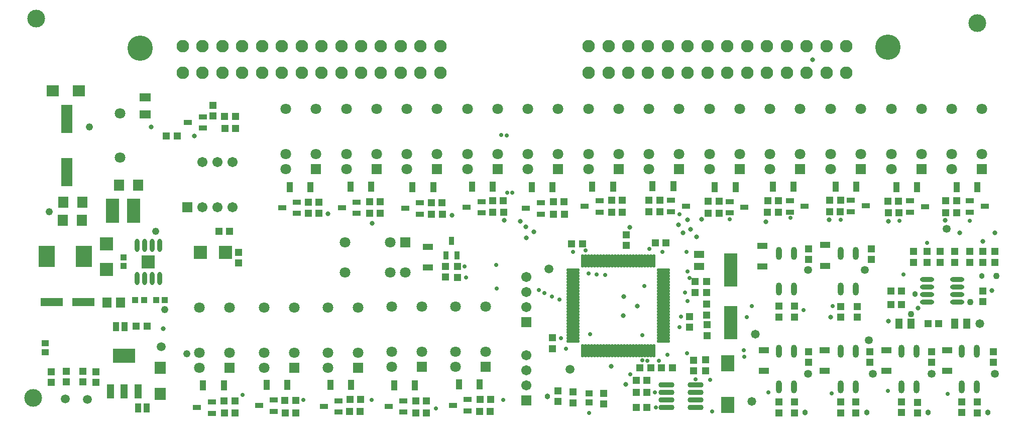
<source format=gts>
G04*
G04 #@! TF.GenerationSoftware,Altium Limited,Altium Designer,21.9.1 (22)*
G04*
G04 Layer_Color=8388736*
%FSLAX25Y25*%
%MOIN*%
G70*
G04*
G04 #@! TF.SameCoordinates,6B560933-D042-473C-9E78-3B088F3B31AC*
G04*
G04*
G04 #@! TF.FilePolarity,Negative*
G04*
G01*
G75*
%ADD60O,0.03950X0.08674*%
%ADD61R,0.05131X0.05131*%
%ADD62R,0.06706X0.04343*%
%ADD63R,0.05131X0.05131*%
%ADD64R,0.04855X0.06509*%
%ADD65O,0.09461X0.03162*%
%ADD66R,0.07493X0.07887*%
%ADD67R,0.06647X0.07603*%
%ADD68R,0.07887X0.07493*%
%ADD69R,0.07603X0.05485*%
%ADD70R,0.09162X0.15839*%
%ADD71R,0.07296X0.18517*%
%ADD72O,0.03060X0.08824*%
%ADD73R,0.08674X0.08674*%
%ADD74R,0.04343X0.03950*%
%ADD75R,0.10540X0.13871*%
%ADD76R,0.06056X0.06706*%
%ADD77R,0.04343X0.06312*%
%ADD78R,0.08674X0.08674*%
%ADD79R,0.14580X0.05524*%
%ADD80R,0.03975X0.04202*%
%ADD81R,0.08674X0.22453*%
%ADD82R,0.14580X0.09461*%
%ADD83R,0.04737X0.09461*%
%ADD84R,0.08674X0.10642*%
%ADD85R,0.06509X0.04855*%
%ADD86R,0.04658X0.04461*%
%ADD87O,0.10642X0.03556*%
%ADD88O,0.01981X0.09068*%
%ADD89O,0.09068X0.01981*%
%ADD90R,0.08674X0.08674*%
%ADD91R,0.05721X0.03556*%
%ADD92R,0.04343X0.06706*%
%ADD93R,0.03556X0.05721*%
%ADD94C,0.11811*%
%ADD95C,0.07099*%
%ADD96C,0.05918*%
%ADD97C,0.06706*%
%ADD98R,0.06706X0.06706*%
%ADD99C,0.16800*%
%ADD100C,0.08300*%
%ADD101C,0.07099*%
%ADD102R,0.07099X0.07099*%
%ADD103R,0.07099X0.07099*%
%ADD104C,0.03300*%
%ADD105C,0.04300*%
%ADD106C,0.05300*%
%ADD107C,0.02800*%
%ADD108C,0.03200*%
%ADD109C,0.03800*%
%ADD110C,0.05800*%
%ADD111C,0.04800*%
D60*
X555800Y116024D02*
D03*
X545800D02*
D03*
Y92402D02*
D03*
X555800D02*
D03*
X514857Y116024D02*
D03*
X504857D02*
D03*
Y92402D02*
D03*
X514857D02*
D03*
Y27189D02*
D03*
X504857D02*
D03*
Y50811D02*
D03*
X514857D02*
D03*
X555800Y27189D02*
D03*
X545800D02*
D03*
Y50811D02*
D03*
X555800D02*
D03*
X636300Y27189D02*
D03*
X626300D02*
D03*
Y50811D02*
D03*
X636300D02*
D03*
X596200D02*
D03*
X586200D02*
D03*
Y27189D02*
D03*
X596200D02*
D03*
D61*
X524500Y111857D02*
D03*
Y118943D02*
D03*
X504857Y73720D02*
D03*
Y80806D02*
D03*
X515200D02*
D03*
Y73720D02*
D03*
X545800Y73657D02*
D03*
Y80743D02*
D03*
X556700Y80643D02*
D03*
Y73557D02*
D03*
X647300Y43624D02*
D03*
Y50710D02*
D03*
X606200Y43624D02*
D03*
Y50710D02*
D03*
X565300Y43624D02*
D03*
Y50710D02*
D03*
X524500Y43624D02*
D03*
Y50710D02*
D03*
X504857Y10086D02*
D03*
Y17173D02*
D03*
X515200Y17187D02*
D03*
Y10100D02*
D03*
X545800Y10086D02*
D03*
Y17173D02*
D03*
X555800Y17187D02*
D03*
Y10100D02*
D03*
X586200Y10257D02*
D03*
Y17343D02*
D03*
X596700Y17043D02*
D03*
Y9957D02*
D03*
X636350Y17193D02*
D03*
Y10107D02*
D03*
X626300Y10157D02*
D03*
Y17243D02*
D03*
X640300Y83957D02*
D03*
Y91043D02*
D03*
X648162Y117200D02*
D03*
Y110113D02*
D03*
X640060Y117200D02*
D03*
Y110113D02*
D03*
X631579D02*
D03*
Y117200D02*
D03*
X621404Y117200D02*
D03*
Y110113D02*
D03*
X611900Y117200D02*
D03*
Y110113D02*
D03*
X603061Y117200D02*
D03*
Y110113D02*
D03*
X594000Y117200D02*
D03*
Y110113D02*
D03*
X566200Y118943D02*
D03*
Y111857D02*
D03*
X368200Y16797D02*
D03*
Y23884D02*
D03*
X51500Y30357D02*
D03*
Y37443D02*
D03*
X449300Y97137D02*
D03*
Y90050D02*
D03*
X146200Y116700D02*
D03*
Y109613D02*
D03*
X291500Y100071D02*
D03*
Y107158D02*
D03*
X283600Y100171D02*
D03*
Y107257D02*
D03*
X129100Y214343D02*
D03*
Y207257D02*
D03*
X456300Y45200D02*
D03*
Y38113D02*
D03*
X403600Y121257D02*
D03*
Y128343D02*
D03*
X388600Y23043D02*
D03*
Y15957D02*
D03*
X358300Y17557D02*
D03*
Y24643D02*
D03*
X456964Y82176D02*
D03*
Y75090D02*
D03*
X354400Y59843D02*
D03*
Y52757D02*
D03*
X445400Y66857D02*
D03*
Y73943D02*
D03*
X448300Y38013D02*
D03*
Y45100D02*
D03*
X457000Y68543D02*
D03*
Y61457D02*
D03*
X456964Y97137D02*
D03*
Y90050D02*
D03*
X21900Y37443D02*
D03*
Y30357D02*
D03*
X31900Y30468D02*
D03*
Y37554D02*
D03*
X42900Y30468D02*
D03*
Y37554D02*
D03*
D62*
X494800Y37810D02*
D03*
Y51590D02*
D03*
X493900Y121090D02*
D03*
Y107310D02*
D03*
X535400Y121490D02*
D03*
Y107710D02*
D03*
X616400Y51590D02*
D03*
Y37810D02*
D03*
X576200Y51590D02*
D03*
Y37810D02*
D03*
X535000Y51590D02*
D03*
Y37810D02*
D03*
X271900Y106510D02*
D03*
Y120290D02*
D03*
D63*
X603857Y69200D02*
D03*
X610943D02*
D03*
X579167Y81900D02*
D03*
X586253D02*
D03*
Y91043D02*
D03*
X579167D02*
D03*
X85343Y67700D02*
D03*
X78257D02*
D03*
X140143Y130600D02*
D03*
X133057D02*
D03*
X367257Y122400D02*
D03*
X374343D02*
D03*
X105343Y193800D02*
D03*
X98257D02*
D03*
X313543Y19000D02*
D03*
X306457D02*
D03*
X270743Y17800D02*
D03*
X263657D02*
D03*
X227143Y18873D02*
D03*
X220057D02*
D03*
X313243Y10800D02*
D03*
X306157D02*
D03*
X270743Y10100D02*
D03*
X263657D02*
D03*
X226943Y11064D02*
D03*
X219857D02*
D03*
X184043Y18200D02*
D03*
X176957D02*
D03*
X143643Y18100D02*
D03*
X136557D02*
D03*
X615557Y143100D02*
D03*
X622643D02*
D03*
X577357Y143000D02*
D03*
X584443D02*
D03*
X184143Y10100D02*
D03*
X177057D02*
D03*
X143743Y10000D02*
D03*
X136657D02*
D03*
X615557Y151000D02*
D03*
X622643D02*
D03*
X577157Y150600D02*
D03*
X584243D02*
D03*
X538357Y143600D02*
D03*
X545443D02*
D03*
X497257Y143200D02*
D03*
X504343D02*
D03*
X457957Y142700D02*
D03*
X465043D02*
D03*
X418557Y143660D02*
D03*
X425643D02*
D03*
X400743Y151400D02*
D03*
X393657D02*
D03*
X538557Y151240D02*
D03*
X545643D02*
D03*
X497357Y150840D02*
D03*
X504443D02*
D03*
X457957Y150600D02*
D03*
X465043D02*
D03*
X418613Y151300D02*
D03*
X425700D02*
D03*
X400743Y143300D02*
D03*
X393657D02*
D03*
X362243Y150300D02*
D03*
X355157D02*
D03*
X321843Y151100D02*
D03*
X314757D02*
D03*
X281287Y149659D02*
D03*
X274200D02*
D03*
X240243Y150359D02*
D03*
X233157D02*
D03*
X199600Y150100D02*
D03*
X192513D02*
D03*
X362343Y142100D02*
D03*
X355257D02*
D03*
X322043Y143400D02*
D03*
X314957D02*
D03*
X281387Y142100D02*
D03*
X274300D02*
D03*
X240143Y142500D02*
D03*
X233057D02*
D03*
X199500D02*
D03*
X192413D02*
D03*
X136913Y207000D02*
D03*
X144000D02*
D03*
X137013Y198900D02*
D03*
X144100D02*
D03*
X417243Y31700D02*
D03*
X410157D02*
D03*
X419643Y39800D02*
D03*
X412557D02*
D03*
X417243Y23700D02*
D03*
X410157D02*
D03*
X429743Y122975D02*
D03*
X422657D02*
D03*
X426957Y39900D02*
D03*
X434043D02*
D03*
X410157Y13700D02*
D03*
X417243D02*
D03*
D64*
X584504Y69200D02*
D03*
X592496D02*
D03*
X629396Y69200D02*
D03*
X621404D02*
D03*
D65*
X603061Y98700D02*
D03*
Y93700D02*
D03*
Y88700D02*
D03*
Y83700D02*
D03*
X623139Y98700D02*
D03*
Y93700D02*
D03*
Y88700D02*
D03*
Y83700D02*
D03*
D66*
X94300Y39832D02*
D03*
Y22568D02*
D03*
D67*
X42470Y150100D02*
D03*
X29930D02*
D03*
X66830Y161200D02*
D03*
X79370D02*
D03*
X42170Y137800D02*
D03*
X29630D02*
D03*
D68*
X40232Y224000D02*
D03*
X22968D02*
D03*
D69*
X84200Y219589D02*
D03*
Y208211D02*
D03*
D70*
X76400Y144300D02*
D03*
X62400D02*
D03*
D71*
X32000Y169983D02*
D03*
Y205416D02*
D03*
D72*
X78700Y99398D02*
D03*
X83700D02*
D03*
X88700D02*
D03*
X93700D02*
D03*
X78700Y121202D02*
D03*
X83700D02*
D03*
X88700D02*
D03*
X93700D02*
D03*
D73*
X86200Y110300D02*
D03*
D74*
X69700Y113155D02*
D03*
Y107644D02*
D03*
D75*
X18787Y114100D02*
D03*
X43613D02*
D03*
D76*
X58902Y83300D02*
D03*
X67898D02*
D03*
D77*
X70553Y67400D02*
D03*
X64647D02*
D03*
X85262Y13400D02*
D03*
X79357D02*
D03*
D78*
X58500Y105138D02*
D03*
Y122462D02*
D03*
D79*
X43112Y83500D02*
D03*
X22088D02*
D03*
D80*
X77635Y85000D02*
D03*
X83565D02*
D03*
X91334D02*
D03*
X97265D02*
D03*
D81*
X472700Y104913D02*
D03*
Y69873D02*
D03*
D82*
X70286Y48082D02*
D03*
D83*
X79341Y24460D02*
D03*
X70286D02*
D03*
X61231D02*
D03*
D84*
X470900Y15300D02*
D03*
Y42859D02*
D03*
D85*
X451800Y115396D02*
D03*
Y107404D02*
D03*
D86*
X378900Y23031D02*
D03*
Y16969D02*
D03*
X17800Y50196D02*
D03*
Y56259D02*
D03*
D87*
X449503Y13629D02*
D03*
Y18629D02*
D03*
Y23629D02*
D03*
Y28629D02*
D03*
X430212Y13629D02*
D03*
Y18629D02*
D03*
Y23629D02*
D03*
Y28629D02*
D03*
D88*
X421822Y51279D02*
D03*
X419853D02*
D03*
X417885D02*
D03*
X415916D02*
D03*
X413948D02*
D03*
X411979D02*
D03*
X410011D02*
D03*
X408042D02*
D03*
X406074D02*
D03*
X404106D02*
D03*
X402137D02*
D03*
X400169D02*
D03*
X398200D02*
D03*
X396232D02*
D03*
X394263D02*
D03*
X392295D02*
D03*
X390326D02*
D03*
X388357D02*
D03*
X386389D02*
D03*
X384420D02*
D03*
X382452D02*
D03*
X380484D02*
D03*
X378515D02*
D03*
X376547D02*
D03*
X374578D02*
D03*
Y111121D02*
D03*
X376547D02*
D03*
X378515D02*
D03*
X380484D02*
D03*
X382452D02*
D03*
X384420D02*
D03*
X386389D02*
D03*
X388357D02*
D03*
X390326D02*
D03*
X392295D02*
D03*
X394263D02*
D03*
X396232D02*
D03*
X398200D02*
D03*
X400169D02*
D03*
X402137D02*
D03*
X404106D02*
D03*
X406074D02*
D03*
X408042D02*
D03*
X410011D02*
D03*
X411979D02*
D03*
X413948D02*
D03*
X415916D02*
D03*
X417885D02*
D03*
X419853D02*
D03*
X421822D02*
D03*
D89*
X368279Y57578D02*
D03*
Y59547D02*
D03*
Y61515D02*
D03*
Y63484D02*
D03*
Y65452D02*
D03*
Y67421D02*
D03*
Y69389D02*
D03*
Y71358D02*
D03*
Y73326D02*
D03*
Y75295D02*
D03*
Y77263D02*
D03*
Y79232D02*
D03*
Y81200D02*
D03*
Y83169D02*
D03*
Y85137D02*
D03*
Y87106D02*
D03*
Y89074D02*
D03*
Y91043D02*
D03*
Y93011D02*
D03*
Y94980D02*
D03*
Y96948D02*
D03*
Y98917D02*
D03*
Y100885D02*
D03*
Y102854D02*
D03*
Y104822D02*
D03*
X428121D02*
D03*
Y102854D02*
D03*
Y100885D02*
D03*
Y98917D02*
D03*
Y96948D02*
D03*
Y94980D02*
D03*
Y93011D02*
D03*
Y91043D02*
D03*
Y89074D02*
D03*
Y87106D02*
D03*
Y85137D02*
D03*
Y83169D02*
D03*
Y81200D02*
D03*
Y79232D02*
D03*
Y77263D02*
D03*
Y75295D02*
D03*
Y73326D02*
D03*
Y71358D02*
D03*
Y69389D02*
D03*
Y67421D02*
D03*
Y65452D02*
D03*
Y63484D02*
D03*
Y61515D02*
D03*
Y59547D02*
D03*
Y57578D02*
D03*
D90*
X137392Y116714D02*
D03*
X120857D02*
D03*
D91*
X112600Y203000D02*
D03*
X122442Y206740D02*
D03*
Y199260D02*
D03*
X336858Y145840D02*
D03*
X346700Y149580D02*
D03*
Y142100D02*
D03*
X297479Y146600D02*
D03*
X307321Y150340D02*
D03*
Y142860D02*
D03*
X256757Y145860D02*
D03*
X266600Y149600D02*
D03*
Y142120D02*
D03*
X214761Y146352D02*
D03*
X224603Y150092D02*
D03*
Y142612D02*
D03*
X175057Y146292D02*
D03*
X184900Y150032D02*
D03*
Y142552D02*
D03*
X562321Y147500D02*
D03*
X552479Y143760D02*
D03*
Y151240D02*
D03*
X521821Y147200D02*
D03*
X511979Y143460D02*
D03*
Y150940D02*
D03*
X481821Y146600D02*
D03*
X471979Y142860D02*
D03*
Y150340D02*
D03*
X443021Y147400D02*
D03*
X433179Y143660D02*
D03*
Y151140D02*
D03*
X375879Y147200D02*
D03*
X385721Y150940D02*
D03*
Y143460D02*
D03*
X159779Y14800D02*
D03*
X169621Y18540D02*
D03*
Y11060D02*
D03*
X118579Y13500D02*
D03*
X128421Y17240D02*
D03*
Y9760D02*
D03*
X641421Y147200D02*
D03*
X631579Y143460D02*
D03*
Y150940D02*
D03*
X601721Y147100D02*
D03*
X591879Y143360D02*
D03*
Y150840D02*
D03*
X288379Y15100D02*
D03*
X298221Y18840D02*
D03*
Y11360D02*
D03*
X245779Y14273D02*
D03*
X255621Y18013D02*
D03*
Y10533D02*
D03*
X202679Y14273D02*
D03*
X212521Y18013D02*
D03*
Y10533D02*
D03*
D92*
X340810Y160100D02*
D03*
X354590D02*
D03*
X301010Y160200D02*
D03*
X314790D02*
D03*
X261610Y160000D02*
D03*
X275390D02*
D03*
X220421Y160300D02*
D03*
X234200D02*
D03*
X180010Y159800D02*
D03*
X193790D02*
D03*
X542410Y160400D02*
D03*
X556190D02*
D03*
X500810Y160200D02*
D03*
X514590D02*
D03*
X462210Y160100D02*
D03*
X475990D02*
D03*
X420910Y160600D02*
D03*
X434690D02*
D03*
X380910Y160400D02*
D03*
X394690D02*
D03*
X164810Y28600D02*
D03*
X178590D02*
D03*
X122610Y28200D02*
D03*
X136390D02*
D03*
X622810Y160100D02*
D03*
X636590D02*
D03*
X582710D02*
D03*
X596490D02*
D03*
X292310Y28800D02*
D03*
X306090D02*
D03*
X249510Y28400D02*
D03*
X263290D02*
D03*
X207110Y28500D02*
D03*
X220890D02*
D03*
D93*
X287400Y124435D02*
D03*
X291140Y114593D02*
D03*
X283660D02*
D03*
D94*
X9900Y19809D02*
D03*
X636600Y268800D02*
D03*
X11800Y271800D02*
D03*
D95*
X67600Y179472D02*
D03*
Y209000D02*
D03*
D96*
X352100Y105700D02*
D03*
X366000Y39100D02*
D03*
X45900Y19011D02*
D03*
X94900Y53877D02*
D03*
X31200Y19300D02*
D03*
D97*
X337200Y100400D02*
D03*
Y90400D02*
D03*
Y80400D02*
D03*
X141982Y176690D02*
D03*
X131982D02*
D03*
X121982D02*
D03*
X141982Y146690D02*
D03*
X131982D02*
D03*
X121982D02*
D03*
X337200Y28400D02*
D03*
Y38400D02*
D03*
Y48400D02*
D03*
D98*
Y70400D02*
D03*
X111982Y146690D02*
D03*
X337200Y18400D02*
D03*
D99*
X577300Y252832D02*
D03*
X80800Y252331D02*
D03*
D100*
X549457Y235973D02*
D03*
X536308D02*
D03*
X523158D02*
D03*
X510009D02*
D03*
X496859D02*
D03*
X483709D02*
D03*
X470560D02*
D03*
X457410D02*
D03*
X444261D02*
D03*
X431111D02*
D03*
X417961D02*
D03*
X404812D02*
D03*
X391662D02*
D03*
X378513D02*
D03*
X549457Y253690D02*
D03*
X536308D02*
D03*
X523158D02*
D03*
X510009D02*
D03*
X496859D02*
D03*
X483709D02*
D03*
X470560D02*
D03*
X457410D02*
D03*
X444261D02*
D03*
X431111D02*
D03*
X417961D02*
D03*
X404812D02*
D03*
X391662D02*
D03*
X378513D02*
D03*
X280087Y235973D02*
D03*
X266938D02*
D03*
X253788D02*
D03*
X240639D02*
D03*
X227489D02*
D03*
X214339D02*
D03*
X188040D02*
D03*
X201190D02*
D03*
X174891D02*
D03*
X161741D02*
D03*
X148591D02*
D03*
X135442D02*
D03*
X122292D02*
D03*
X109143D02*
D03*
X280087Y253690D02*
D03*
X266938D02*
D03*
X253788D02*
D03*
X240639D02*
D03*
X227489D02*
D03*
X214339D02*
D03*
X201190D02*
D03*
X188040D02*
D03*
X174891D02*
D03*
X161741D02*
D03*
X148591D02*
D03*
X135442D02*
D03*
X122292D02*
D03*
X109143D02*
D03*
D101*
X358227Y212000D02*
D03*
Y182000D02*
D03*
X338227Y172000D02*
D03*
Y182000D02*
D03*
Y212000D02*
D03*
X318045D02*
D03*
Y182000D02*
D03*
X298045Y172000D02*
D03*
Y182000D02*
D03*
Y212000D02*
D03*
X277864D02*
D03*
Y182000D02*
D03*
X257864Y172000D02*
D03*
Y182000D02*
D03*
Y212000D02*
D03*
X237682D02*
D03*
Y182000D02*
D03*
X217682Y172000D02*
D03*
Y182000D02*
D03*
Y212000D02*
D03*
X197500D02*
D03*
Y182000D02*
D03*
X177500Y172000D02*
D03*
Y182000D02*
D03*
Y212000D02*
D03*
X559136D02*
D03*
Y182000D02*
D03*
X539136Y172000D02*
D03*
Y182000D02*
D03*
Y212000D02*
D03*
X518955D02*
D03*
Y182000D02*
D03*
X498954Y172000D02*
D03*
Y182000D02*
D03*
Y212000D02*
D03*
X478773D02*
D03*
Y182000D02*
D03*
X458773Y172000D02*
D03*
Y182000D02*
D03*
Y212000D02*
D03*
X438591D02*
D03*
Y182000D02*
D03*
X418591Y172000D02*
D03*
Y182000D02*
D03*
Y212000D02*
D03*
X398409D02*
D03*
Y182000D02*
D03*
X378409Y172000D02*
D03*
Y182000D02*
D03*
Y212000D02*
D03*
X183000Y79900D02*
D03*
Y49900D02*
D03*
X163000Y39900D02*
D03*
Y49900D02*
D03*
Y79900D02*
D03*
X140100D02*
D03*
Y49900D02*
D03*
X120100Y39900D02*
D03*
Y49900D02*
D03*
Y79900D02*
D03*
X216800Y123300D02*
D03*
X246800D02*
D03*
X256800Y103300D02*
D03*
X246800D02*
D03*
X216800D02*
D03*
X639500Y212000D02*
D03*
Y182000D02*
D03*
X619500Y172000D02*
D03*
Y182000D02*
D03*
Y212000D02*
D03*
X599318D02*
D03*
Y182000D02*
D03*
X579318Y172000D02*
D03*
Y182000D02*
D03*
Y212000D02*
D03*
X310100Y80532D02*
D03*
Y50532D02*
D03*
X290100Y40532D02*
D03*
Y50532D02*
D03*
Y80532D02*
D03*
X267800D02*
D03*
Y50532D02*
D03*
X247800Y40532D02*
D03*
Y50532D02*
D03*
Y80532D02*
D03*
X225500Y80100D02*
D03*
Y50100D02*
D03*
X205500Y40100D02*
D03*
Y50100D02*
D03*
Y80100D02*
D03*
D102*
X358227Y172000D02*
D03*
X318045D02*
D03*
X277864D02*
D03*
X237682D02*
D03*
X197500D02*
D03*
X559136D02*
D03*
X518955D02*
D03*
X478773D02*
D03*
X438591D02*
D03*
X398409D02*
D03*
X183000Y39900D02*
D03*
X140100D02*
D03*
X639500Y172000D02*
D03*
X599318D02*
D03*
X310100Y40532D02*
D03*
X267800D02*
D03*
X225500Y40100D02*
D03*
D103*
X256800Y123300D02*
D03*
D104*
X539232Y73534D02*
D03*
X577500Y70964D02*
D03*
X527300Y244500D02*
D03*
X597300Y79725D02*
D03*
X646194Y91335D02*
D03*
X640060Y123800D02*
D03*
X624700Y129600D02*
D03*
X648162D02*
D03*
D105*
X649268Y100900D02*
D03*
X592496Y75657D02*
D03*
X631900Y83500D02*
D03*
D106*
X606300Y36000D02*
D03*
X648162D02*
D03*
X524300D02*
D03*
X567300D02*
D03*
X564400Y58400D02*
D03*
X561800Y105000D02*
D03*
X524300D02*
D03*
X616000Y132201D02*
D03*
D107*
X445351Y99598D02*
D03*
X603200Y122800D02*
D03*
X587400Y101900D02*
D03*
X521300Y78300D02*
D03*
X483600Y73534D02*
D03*
X486900Y80978D02*
D03*
X540378D02*
D03*
X481400Y51590D02*
D03*
X577000Y24500D02*
D03*
X616800Y22600D02*
D03*
X481821Y47209D02*
D03*
X539900Y22900D02*
D03*
X497700Y23500D02*
D03*
X444261Y103800D02*
D03*
X414000Y44800D02*
D03*
X417500Y44700D02*
D03*
X321700Y18700D02*
D03*
X277100Y13100D02*
D03*
X327800Y156300D02*
D03*
X324500Y156400D02*
D03*
X368100Y116800D02*
D03*
X324300Y194200D02*
D03*
X320600Y194600D02*
D03*
X383900Y101900D02*
D03*
X389400Y101557D02*
D03*
X414200Y61600D02*
D03*
X378335Y102500D02*
D03*
X415500Y94300D02*
D03*
X379500Y62200D02*
D03*
X354200Y87400D02*
D03*
X349200Y89700D02*
D03*
X438743Y142120D02*
D03*
X297200Y99800D02*
D03*
X234500Y18500D02*
D03*
X189300Y18700D02*
D03*
X148800Y21800D02*
D03*
X317500Y92500D02*
D03*
X345600Y91600D02*
D03*
X359100Y85400D02*
D03*
X317300Y108200D02*
D03*
X443900Y49500D02*
D03*
X295981Y107158D02*
D03*
X472200Y138600D02*
D03*
X512500Y139700D02*
D03*
X545963Y138239D02*
D03*
X584803Y137479D02*
D03*
X631579Y137579D02*
D03*
X442550Y90050D02*
D03*
X443600Y116919D02*
D03*
X378900Y10000D02*
D03*
X460500Y10900D02*
D03*
X449503Y32400D02*
D03*
X423000Y13629D02*
D03*
X406000Y35500D02*
D03*
X422600Y23700D02*
D03*
X430700Y48600D02*
D03*
X425100Y44700D02*
D03*
X459200Y32000D02*
D03*
X444100Y84200D02*
D03*
X438743Y66857D02*
D03*
X439700Y73943D02*
D03*
X363457Y52757D02*
D03*
X360000Y59547D02*
D03*
X376547Y117800D02*
D03*
X427600Y117100D02*
D03*
X418700Y119000D02*
D03*
D108*
X538200Y138400D02*
D03*
X441200Y129500D02*
D03*
X446300Y132100D02*
D03*
X410800Y80900D02*
D03*
X401600Y74479D02*
D03*
X401800Y87300D02*
D03*
X96262Y65800D02*
D03*
X403100Y28900D02*
D03*
X393600Y41000D02*
D03*
X336900Y133500D02*
D03*
X88169Y112268D02*
D03*
X84232D02*
D03*
Y108331D02*
D03*
X88169D02*
D03*
X453500Y138600D02*
D03*
X322500Y137800D02*
D03*
X88014Y199886D02*
D03*
X615300Y138000D02*
D03*
X577500Y137300D02*
D03*
X496300Y137000D02*
D03*
X405900Y133200D02*
D03*
X438300Y135000D02*
D03*
X450000Y126800D02*
D03*
X287800Y141300D02*
D03*
X234700Y135900D02*
D03*
X205500Y142200D02*
D03*
X337100Y126400D02*
D03*
X342100Y130200D02*
D03*
X333200Y137300D02*
D03*
X444000Y138300D02*
D03*
X116900Y193800D02*
D03*
D109*
X639500Y100900D02*
D03*
X595300Y88900D02*
D03*
X643600Y10400D02*
D03*
X603857Y10157D02*
D03*
X563200D02*
D03*
X522000Y10400D02*
D03*
X351300Y20800D02*
D03*
D110*
X638200Y69200D02*
D03*
X489200Y62400D02*
D03*
X486900Y17700D02*
D03*
D111*
X111700Y49200D02*
D03*
X97265Y78535D02*
D03*
X91100Y130500D02*
D03*
X47172Y199900D02*
D03*
X20600Y143700D02*
D03*
M02*

</source>
